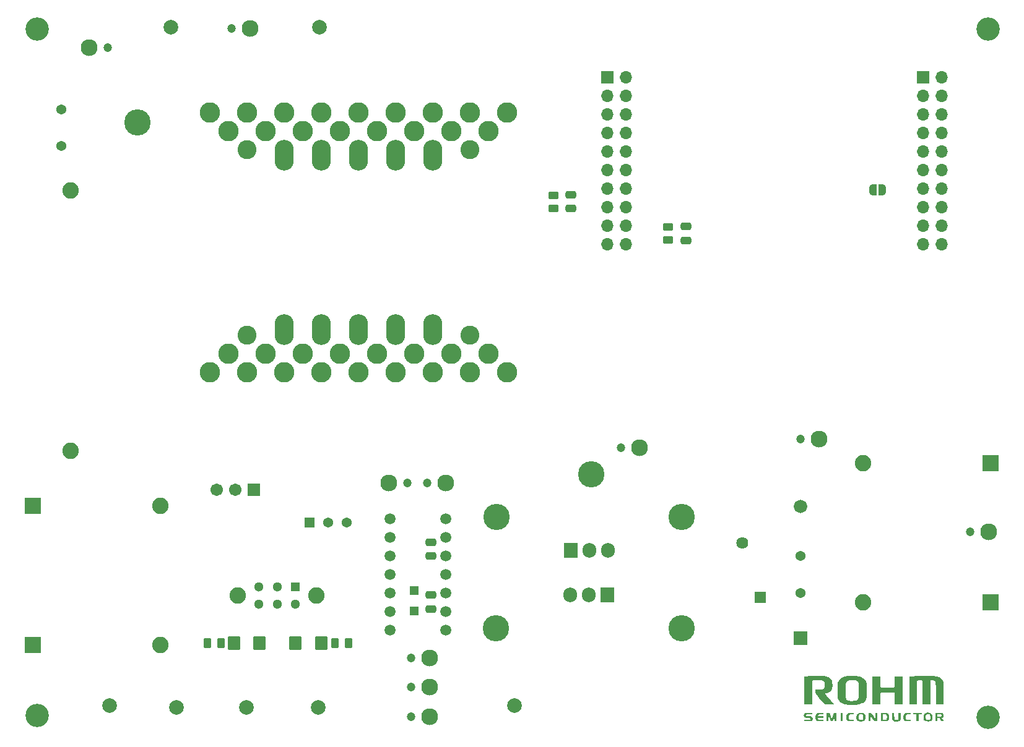
<source format=gts>
%TF.GenerationSoftware,KiCad,Pcbnew,8.0.4*%
%TF.CreationDate,2024-09-20T12:27:39-05:00*%
%TF.ProjectId,Boost_9_8,426f6f73-745f-4395-9f38-2e6b69636164,rev?*%
%TF.SameCoordinates,Original*%
%TF.FileFunction,Soldermask,Top*%
%TF.FilePolarity,Negative*%
%FSLAX46Y46*%
G04 Gerber Fmt 4.6, Leading zero omitted, Abs format (unit mm)*
G04 Created by KiCad (PCBNEW 8.0.4) date 2024-09-20 12:27:39*
%MOMM*%
%LPD*%
G01*
G04 APERTURE LIST*
G04 Aperture macros list*
%AMRoundRect*
0 Rectangle with rounded corners*
0 $1 Rounding radius*
0 $2 $3 $4 $5 $6 $7 $8 $9 X,Y pos of 4 corners*
0 Add a 4 corners polygon primitive as box body*
4,1,4,$2,$3,$4,$5,$6,$7,$8,$9,$2,$3,0*
0 Add four circle primitives for the rounded corners*
1,1,$1+$1,$2,$3*
1,1,$1+$1,$4,$5*
1,1,$1+$1,$6,$7*
1,1,$1+$1,$8,$9*
0 Add four rect primitives between the rounded corners*
20,1,$1+$1,$2,$3,$4,$5,0*
20,1,$1+$1,$4,$5,$6,$7,0*
20,1,$1+$1,$6,$7,$8,$9,0*
20,1,$1+$1,$8,$9,$2,$3,0*%
%AMFreePoly0*
4,1,19,0.500000,-0.750000,0.000000,-0.750000,0.000000,-0.744911,-0.071157,-0.744911,-0.207708,-0.704816,-0.327430,-0.627875,-0.420627,-0.520320,-0.479746,-0.390866,-0.500000,-0.250000,-0.500000,0.250000,-0.479746,0.390866,-0.420627,0.520320,-0.327430,0.627875,-0.207708,0.704816,-0.071157,0.744911,0.000000,0.744911,0.000000,0.750000,0.500000,0.750000,0.500000,-0.750000,0.500000,-0.750000,
$1*%
%AMFreePoly1*
4,1,19,0.000000,0.744911,0.071157,0.744911,0.207708,0.704816,0.327430,0.627875,0.420627,0.520320,0.479746,0.390866,0.500000,0.250000,0.500000,-0.250000,0.479746,-0.390866,0.420627,-0.520320,0.327430,-0.627875,0.207708,-0.704816,0.071157,-0.744911,0.000000,-0.744911,0.000000,-0.750000,-0.500000,-0.750000,-0.500000,0.750000,0.000000,0.750000,0.000000,0.744911,0.000000,0.744911,
$1*%
G04 Aperture macros list end*
%ADD10C,0.000000*%
%ADD11FreePoly0,180.000000*%
%ADD12FreePoly1,180.000000*%
%ADD13C,2.300000*%
%ADD14C,1.200000*%
%ADD15C,2.000000*%
%ADD16R,2.250000X2.250000*%
%ADD17C,2.250000*%
%ADD18R,1.200000X1.200000*%
%ADD19C,3.200000*%
%ADD20C,1.371600*%
%ADD21R,1.371600X1.371600*%
%ADD22R,1.905000X2.000000*%
%ADD23O,1.905000X2.000000*%
%ADD24RoundRect,0.250000X-0.450000X0.262500X-0.450000X-0.262500X0.450000X-0.262500X0.450000X0.262500X0*%
%ADD25RoundRect,0.250000X0.475000X-0.250000X0.475000X0.250000X-0.475000X0.250000X-0.475000X-0.250000X0*%
%ADD26RoundRect,0.102000X0.750000X0.800000X-0.750000X0.800000X-0.750000X-0.800000X0.750000X-0.800000X0*%
%ADD27RoundRect,0.250000X-0.262500X-0.450000X0.262500X-0.450000X0.262500X0.450000X-0.262500X0.450000X0*%
%ADD28R,1.300000X1.300000*%
%ADD29C,1.300000*%
%ADD30RoundRect,0.250000X0.450000X-0.262500X0.450000X0.262500X-0.450000X0.262500X-0.450000X-0.262500X0*%
%ADD31RoundRect,0.250000X0.262500X0.450000X-0.262500X0.450000X-0.262500X-0.450000X0.262500X-0.450000X0*%
%ADD32R,1.700000X1.700000*%
%ADD33O,1.700000X1.700000*%
%ADD34C,2.800000*%
%ADD35C,2.600000*%
%ADD36O,2.600000X4.200000*%
%ADD37C,3.600000*%
%ADD38RoundRect,0.250000X-0.475000X0.250000X-0.475000X-0.250000X0.475000X-0.250000X0.475000X0.250000X0*%
%ADD39RoundRect,0.102000X0.754000X0.754000X-0.754000X0.754000X-0.754000X-0.754000X0.754000X-0.754000X0*%
%ADD40C,1.712000*%
%ADD41RoundRect,0.102000X-0.750000X-0.800000X0.750000X-0.800000X0.750000X0.800000X-0.750000X0.800000X0*%
%ADD42R,1.625600X1.625600*%
%ADD43C,1.625600*%
%ADD44C,1.507998*%
%ADD45R,1.828800X1.828800*%
%ADD46C,1.828800*%
G04 APERTURE END LIST*
D10*
%TO.C,G\u002A\u002A\u002A*%
G36*
X140278087Y-137042431D02*
G01*
X140418744Y-137045815D01*
X140418744Y-137484990D01*
X140418744Y-137924166D01*
X140385174Y-137992528D01*
X140344287Y-138059026D01*
X140292050Y-138111989D01*
X140224918Y-138153945D01*
X140139346Y-138187426D01*
X140093902Y-138200394D01*
X140034861Y-138211588D01*
X139959999Y-138219697D01*
X139877405Y-138224363D01*
X139795169Y-138225227D01*
X139721378Y-138221928D01*
X139688632Y-138218394D01*
X139578340Y-138194645D01*
X139482694Y-138156702D01*
X139403795Y-138105746D01*
X139343744Y-138042958D01*
X139325070Y-138014087D01*
X139287716Y-137948230D01*
X139284167Y-137494014D01*
X139280617Y-137039798D01*
X139425545Y-137039798D01*
X139570473Y-137039798D01*
X139570473Y-137436078D01*
X139570879Y-137556104D01*
X139572070Y-137658713D01*
X139574005Y-137742537D01*
X139576644Y-137806205D01*
X139579945Y-137848349D01*
X139583244Y-137866230D01*
X139617208Y-137923567D01*
X139669536Y-137967644D01*
X139737800Y-137997315D01*
X139819572Y-138011435D01*
X139890165Y-138010993D01*
X139974476Y-137997361D01*
X140039862Y-137970254D01*
X140087797Y-137928965D01*
X140101686Y-137909500D01*
X140109264Y-137896819D01*
X140115376Y-137883948D01*
X140120207Y-137868249D01*
X140123941Y-137847083D01*
X140126763Y-137817813D01*
X140128858Y-137777801D01*
X140130409Y-137724409D01*
X140131601Y-137654998D01*
X140132618Y-137566932D01*
X140133646Y-137457570D01*
X140133700Y-137451526D01*
X140137429Y-137039047D01*
X140278087Y-137042431D01*
G37*
G36*
X135199330Y-137020163D02*
G01*
X135308951Y-137046117D01*
X135400644Y-137085830D01*
X135475760Y-137139993D01*
X135535654Y-137209296D01*
X135565508Y-137259721D01*
X135592094Y-137321184D01*
X135611067Y-137388947D01*
X135623698Y-137468897D01*
X135631069Y-137563200D01*
X135630620Y-137697397D01*
X135615038Y-137817569D01*
X135584738Y-137922146D01*
X135540134Y-138009558D01*
X135499744Y-138060618D01*
X135449474Y-138101789D01*
X135382643Y-138139866D01*
X135306749Y-138171121D01*
X135240345Y-138189616D01*
X135172468Y-138199648D01*
X135090119Y-138205168D01*
X135000812Y-138206278D01*
X134912061Y-138203082D01*
X134831382Y-138195684D01*
X134766288Y-138184186D01*
X134761763Y-138183036D01*
X134676935Y-138156529D01*
X134609574Y-138124933D01*
X134553144Y-138084841D01*
X134527289Y-138060849D01*
X134469108Y-137985857D01*
X134425951Y-137892580D01*
X134398036Y-137781702D01*
X134385579Y-137653907D01*
X134385470Y-137647196D01*
X134687862Y-137647196D01*
X134698226Y-137753651D01*
X134720670Y-137840307D01*
X134756196Y-137908731D01*
X134805807Y-137960486D01*
X134870503Y-137997138D01*
X134922640Y-138013987D01*
X134982574Y-138021390D01*
X135052191Y-138018592D01*
X135120668Y-138006763D01*
X135177177Y-137987070D01*
X135178606Y-137986354D01*
X135237803Y-137943983D01*
X135282600Y-137883937D01*
X135313194Y-137805686D01*
X135329784Y-137708701D01*
X135332566Y-137592453D01*
X135331904Y-137575461D01*
X135324913Y-137484965D01*
X135312173Y-137413428D01*
X135292135Y-137356114D01*
X135263254Y-137308288D01*
X135233593Y-137274526D01*
X135182459Y-137233756D01*
X135124043Y-137208702D01*
X135053475Y-137197903D01*
X134981402Y-137198766D01*
X134895170Y-137212981D01*
X134824382Y-137243935D01*
X134768663Y-137292202D01*
X134727636Y-137358356D01*
X134700926Y-137442973D01*
X134688156Y-137546625D01*
X134687862Y-137647196D01*
X134385470Y-137647196D01*
X134384890Y-137611329D01*
X134393837Y-137477494D01*
X134420268Y-137360178D01*
X134464094Y-137259459D01*
X134525222Y-137175418D01*
X134603564Y-137108134D01*
X134699027Y-137057688D01*
X134811522Y-137024159D01*
X134940957Y-137007627D01*
X135070426Y-137007279D01*
X135199330Y-137020163D01*
G37*
G36*
X144232956Y-136994939D02*
G01*
X144363005Y-137005632D01*
X144473376Y-137028660D01*
X144565563Y-137064919D01*
X144641060Y-137115306D01*
X144701359Y-137180715D01*
X144747955Y-137262044D01*
X144769182Y-137316539D01*
X144783790Y-137375838D01*
X144794685Y-137451794D01*
X144801494Y-137537235D01*
X144803845Y-137624987D01*
X144801365Y-137707877D01*
X144793683Y-137778732D01*
X144793288Y-137781067D01*
X144764638Y-137890249D01*
X144719038Y-137982393D01*
X144656225Y-138057771D01*
X144575933Y-138116657D01*
X144477897Y-138159325D01*
X144409512Y-138177454D01*
X144342664Y-138187252D01*
X144260921Y-138192628D01*
X144172095Y-138193668D01*
X144083997Y-138190456D01*
X144004439Y-138183079D01*
X143944183Y-138172364D01*
X143840333Y-138138498D01*
X143754431Y-138091825D01*
X143685661Y-138031128D01*
X143633210Y-137955186D01*
X143596265Y-137862783D01*
X143574011Y-137752698D01*
X143567037Y-137645284D01*
X143857167Y-137645284D01*
X143870109Y-137743678D01*
X143896414Y-137828920D01*
X143935200Y-137898486D01*
X143985581Y-137949850D01*
X144008312Y-137964475D01*
X144071366Y-137989000D01*
X144145434Y-138001903D01*
X144222875Y-138003171D01*
X144296050Y-137992791D01*
X144357318Y-137970752D01*
X144367258Y-137965075D01*
X144420219Y-137921915D01*
X144460338Y-137864670D01*
X144488786Y-137790862D01*
X144506735Y-137698018D01*
X144510616Y-137662089D01*
X144512911Y-137562236D01*
X144502296Y-137467302D01*
X144479968Y-137381310D01*
X144447125Y-137308282D01*
X144404963Y-137252239D01*
X144382985Y-137233427D01*
X144336480Y-137205298D01*
X144286761Y-137188242D01*
X144226650Y-137180476D01*
X144166685Y-137179745D01*
X144079662Y-137190973D01*
X144007157Y-137220997D01*
X143948990Y-137270027D01*
X143904980Y-137338269D01*
X143874948Y-137425934D01*
X143858711Y-137533230D01*
X143858473Y-137536264D01*
X143857167Y-137645284D01*
X143567037Y-137645284D01*
X143565636Y-137623714D01*
X143565524Y-137605312D01*
X143573064Y-137468873D01*
X143595981Y-137350529D01*
X143634719Y-137249876D01*
X143689724Y-137166505D01*
X143761439Y-137100011D01*
X143850311Y-137049987D01*
X143956782Y-137016025D01*
X144081299Y-136997720D01*
X144224305Y-136994665D01*
X144232956Y-136994939D01*
G37*
G36*
X128329848Y-137133048D02*
G01*
X128326371Y-137238330D01*
X127946177Y-137244346D01*
X127836176Y-137246112D01*
X127747726Y-137247888D01*
X127678318Y-137250167D01*
X127625443Y-137253441D01*
X127586591Y-137258202D01*
X127559254Y-137264941D01*
X127540922Y-137274150D01*
X127529087Y-137286323D01*
X127521240Y-137301949D01*
X127514872Y-137321522D01*
X127512534Y-137329376D01*
X127506956Y-137384193D01*
X127523785Y-137432204D01*
X127560534Y-137469363D01*
X127573480Y-137476419D01*
X127591148Y-137481969D01*
X127616684Y-137486292D01*
X127653237Y-137489668D01*
X127703955Y-137492376D01*
X127771985Y-137494693D01*
X127860476Y-137496898D01*
X127875163Y-137497225D01*
X127965924Y-137499359D01*
X128036188Y-137501503D01*
X128089521Y-137504013D01*
X128129487Y-137507243D01*
X128159654Y-137511550D01*
X128183585Y-137517288D01*
X128204846Y-137524813D01*
X128220813Y-137531676D01*
X128280681Y-137567611D01*
X128334666Y-137616496D01*
X128376165Y-137671573D01*
X128393704Y-137708599D01*
X128402004Y-137745336D01*
X128407555Y-137794858D01*
X128409117Y-137842177D01*
X128397729Y-137935208D01*
X128366193Y-138015456D01*
X128315159Y-138081978D01*
X128245276Y-138133833D01*
X128190557Y-138159038D01*
X128172350Y-138165330D01*
X128153013Y-138170410D01*
X128129869Y-138174406D01*
X128100237Y-138177449D01*
X128061439Y-138179665D01*
X128010798Y-138181183D01*
X127945633Y-138182132D01*
X127863266Y-138182641D01*
X127761019Y-138182837D01*
X127693851Y-138182859D01*
X127576712Y-138182709D01*
X127481547Y-138182210D01*
X127406267Y-138181285D01*
X127348782Y-138179855D01*
X127307005Y-138177846D01*
X127278845Y-138175179D01*
X127262214Y-138171777D01*
X127255023Y-138167565D01*
X127254562Y-138166692D01*
X127251986Y-138147313D01*
X127250987Y-138111329D01*
X127251750Y-138066160D01*
X127251931Y-138061410D01*
X127255504Y-137972295D01*
X127635077Y-137966279D01*
X127742435Y-137964452D01*
X127828372Y-137962625D01*
X127895531Y-137960626D01*
X127946554Y-137958282D01*
X127984085Y-137955419D01*
X128010766Y-137951864D01*
X128029239Y-137947445D01*
X128042148Y-137941987D01*
X128046583Y-137939320D01*
X128078141Y-137905789D01*
X128094031Y-137861611D01*
X128094468Y-137813763D01*
X128079671Y-137769225D01*
X128049856Y-137734974D01*
X128040046Y-137728817D01*
X128023923Y-137721867D01*
X128002005Y-137716332D01*
X127971128Y-137711937D01*
X127928131Y-137708406D01*
X127869851Y-137705465D01*
X127793128Y-137702838D01*
X127718744Y-137700837D01*
X127604909Y-137697259D01*
X127514759Y-137692807D01*
X127448398Y-137687486D01*
X127405930Y-137681305D01*
X127393875Y-137677963D01*
X127314313Y-137636800D01*
X127253257Y-137580443D01*
X127211300Y-137509770D01*
X127189031Y-137425653D01*
X127185367Y-137369602D01*
X127196126Y-137280028D01*
X127227757Y-137201681D01*
X127279126Y-137136053D01*
X127349098Y-137084639D01*
X127426986Y-137051769D01*
X127449630Y-137045275D01*
X127472964Y-137040063D01*
X127499838Y-137035992D01*
X127533105Y-137032925D01*
X127575618Y-137030722D01*
X127630227Y-137029244D01*
X127699784Y-137028352D01*
X127787143Y-137027907D01*
X127895154Y-137027769D01*
X127919012Y-137027766D01*
X128333324Y-137027766D01*
X128329848Y-137133048D01*
G37*
G36*
X129836414Y-137135207D02*
G01*
X129836414Y-137244346D01*
X129559194Y-137244346D01*
X129468857Y-137244519D01*
X129399197Y-137245199D01*
X129346826Y-137246624D01*
X129308359Y-137249035D01*
X129280407Y-137252672D01*
X129259585Y-137257774D01*
X129242506Y-137264580D01*
X129237332Y-137267130D01*
X129179077Y-137308338D01*
X129137954Y-137364609D01*
X129112644Y-137437901D01*
X129108830Y-137457918D01*
X129100334Y-137509055D01*
X129474390Y-137509055D01*
X129848446Y-137509055D01*
X129848446Y-137611329D01*
X129848446Y-137713602D01*
X129474390Y-137713602D01*
X129100334Y-137713602D01*
X129108563Y-137764739D01*
X129130686Y-137838272D01*
X129170094Y-137897814D01*
X129224745Y-137940391D01*
X129231625Y-137943924D01*
X129251255Y-137952942D01*
X129270964Y-137959876D01*
X129294273Y-137965066D01*
X129324700Y-137968851D01*
X129365767Y-137971570D01*
X129420993Y-137973564D01*
X129493898Y-137975171D01*
X129568697Y-137976429D01*
X129848446Y-137980849D01*
X129848446Y-138081854D01*
X129848446Y-138182859D01*
X129538617Y-138181902D01*
X129414051Y-138180788D01*
X129312914Y-138178269D01*
X129234611Y-138174321D01*
X129178545Y-138168917D01*
X129155412Y-138164982D01*
X129056552Y-138132893D01*
X128970046Y-138083428D01*
X128898688Y-138018846D01*
X128845273Y-137941403D01*
X128826401Y-137899191D01*
X128802831Y-137815865D01*
X128787586Y-137718428D01*
X128781535Y-137615650D01*
X128785549Y-137516301D01*
X128787060Y-137502343D01*
X128808435Y-137384598D01*
X128842903Y-137285910D01*
X128891324Y-137204610D01*
X128954558Y-137139033D01*
X128986727Y-137115112D01*
X129020614Y-137093282D01*
X129052563Y-137075796D01*
X129085790Y-137062127D01*
X129123510Y-137051749D01*
X129168938Y-137044133D01*
X129225290Y-137038755D01*
X129295780Y-137035087D01*
X129383626Y-137032603D01*
X129492041Y-137030776D01*
X129502520Y-137030631D01*
X129836414Y-137026068D01*
X129836414Y-137135207D01*
G37*
G36*
X131689374Y-137605021D02*
G01*
X131689374Y-138182859D01*
X131563192Y-138182859D01*
X131437010Y-138182859D01*
X131433846Y-137768797D01*
X131430682Y-137354736D01*
X131298662Y-137769128D01*
X131166641Y-138183520D01*
X131011778Y-138180181D01*
X130856915Y-138176842D01*
X130722671Y-137755779D01*
X130588427Y-137334716D01*
X130585265Y-137758787D01*
X130582103Y-138182859D01*
X130461935Y-138182859D01*
X130341767Y-138182859D01*
X130341767Y-137605312D01*
X130341767Y-137027766D01*
X130532192Y-137027766D01*
X130722618Y-137027766D01*
X130865618Y-137474363D01*
X130897242Y-137572280D01*
X130926730Y-137661955D01*
X130953270Y-137741044D01*
X130976053Y-137807205D01*
X130994268Y-137858092D01*
X131007104Y-137891363D01*
X131013751Y-137904674D01*
X131014389Y-137904515D01*
X131019208Y-137889633D01*
X131030409Y-137854446D01*
X131047153Y-137801603D01*
X131068603Y-137733753D01*
X131093921Y-137653547D01*
X131122269Y-137563635D01*
X131152810Y-137466666D01*
X131154617Y-137460926D01*
X131289074Y-137033782D01*
X131489224Y-137030483D01*
X131689374Y-137027184D01*
X131689374Y-137605021D01*
G37*
G36*
X134009067Y-137132025D02*
G01*
X134005575Y-137238330D01*
X133740867Y-137244346D01*
X133635870Y-137247430D01*
X133553773Y-137251377D01*
X133494902Y-137256164D01*
X133459586Y-137261769D01*
X133450736Y-137264943D01*
X133395641Y-137310288D01*
X133353861Y-137375067D01*
X133325727Y-137458451D01*
X133311569Y-137559610D01*
X133309836Y-137617345D01*
X133312941Y-137703140D01*
X133322642Y-137770746D01*
X133340083Y-137825413D01*
X133364834Y-137870105D01*
X133388693Y-137902039D01*
X133413841Y-137927030D01*
X133443498Y-137945914D01*
X133480880Y-137959527D01*
X133529206Y-137968707D01*
X133591693Y-137974290D01*
X133671560Y-137977113D01*
X133772025Y-137978011D01*
X133779971Y-137978024D01*
X134011591Y-137978311D01*
X134011591Y-138080585D01*
X134011591Y-138182859D01*
X133695746Y-138182054D01*
X133581145Y-138181244D01*
X133489246Y-138179421D01*
X133418705Y-138176525D01*
X133368179Y-138172496D01*
X133336324Y-138167276D01*
X133331771Y-138165988D01*
X133235148Y-138124984D01*
X133155639Y-138068414D01*
X133092980Y-137995797D01*
X133046908Y-137906655D01*
X133017159Y-137800507D01*
X133003467Y-137676875D01*
X133003655Y-137570540D01*
X133016687Y-137441222D01*
X133044306Y-137330566D01*
X133087001Y-137237731D01*
X133145262Y-137161878D01*
X133219577Y-137102166D01*
X133299754Y-137061863D01*
X133321776Y-137053692D01*
X133343929Y-137047276D01*
X133369518Y-137042347D01*
X133401851Y-137038638D01*
X133444231Y-137035883D01*
X133499965Y-137033813D01*
X133572358Y-137032162D01*
X133664716Y-137030662D01*
X133690213Y-137030295D01*
X134012558Y-137025719D01*
X134009067Y-137132025D01*
G37*
G36*
X136245470Y-137030469D02*
G01*
X136433872Y-137033782D01*
X136696678Y-137454361D01*
X136959483Y-137874940D01*
X136959483Y-137451353D01*
X136959483Y-137027766D01*
X137103870Y-137027766D01*
X137248257Y-137027766D01*
X137248257Y-137605618D01*
X137248257Y-138183470D01*
X137059758Y-138180156D01*
X136871259Y-138176842D01*
X136605542Y-137767967D01*
X136339824Y-137359091D01*
X136336658Y-137770975D01*
X136333492Y-138182859D01*
X136195280Y-138182859D01*
X136057067Y-138182859D01*
X136057067Y-137605007D01*
X136057067Y-137027155D01*
X136245470Y-137030469D01*
G37*
G36*
X141820497Y-137136056D02*
G01*
X141820497Y-137244346D01*
X141567434Y-137244346D01*
X141472992Y-137244751D01*
X141399253Y-137246352D01*
X141342861Y-137249730D01*
X141300462Y-137255466D01*
X141268703Y-137264139D01*
X141244228Y-137276330D01*
X141223684Y-137292620D01*
X141210450Y-137306114D01*
X141171403Y-137362207D01*
X141144524Y-137433574D01*
X141128982Y-137522840D01*
X141125185Y-137575367D01*
X141124697Y-137676661D01*
X141133823Y-137759031D01*
X141153247Y-137825897D01*
X141183651Y-137880683D01*
X141187082Y-137885313D01*
X141210824Y-137913317D01*
X141236667Y-137935088D01*
X141267895Y-137951395D01*
X141307790Y-137963005D01*
X141359638Y-137970683D01*
X141426721Y-137975199D01*
X141512325Y-137977319D01*
X141582861Y-137977784D01*
X141820497Y-137978311D01*
X141820497Y-138080585D01*
X141820497Y-138182859D01*
X141510668Y-138181650D01*
X141424109Y-138180911D01*
X141343273Y-138179466D01*
X141271981Y-138177444D01*
X141214054Y-138174972D01*
X141173314Y-138172177D01*
X141155668Y-138169796D01*
X141072538Y-138139230D01*
X140994767Y-138090173D01*
X140928012Y-138027243D01*
X140877928Y-137955058D01*
X140868193Y-137935023D01*
X140835570Y-137837368D01*
X140816530Y-137727035D01*
X140810944Y-137610372D01*
X140818680Y-137493728D01*
X140839611Y-137383450D01*
X140873606Y-137285886D01*
X140881806Y-137268765D01*
X140910821Y-137221503D01*
X140947823Y-137174340D01*
X140969727Y-137151676D01*
X141008759Y-137118089D01*
X141047451Y-137091080D01*
X141088968Y-137069956D01*
X141136476Y-137054023D01*
X141193140Y-137042588D01*
X141262124Y-137034959D01*
X141346594Y-137030442D01*
X141449714Y-137028344D01*
X141534732Y-137027944D01*
X141820497Y-137027766D01*
X141820497Y-137136056D01*
G37*
G36*
X143300459Y-137130040D02*
G01*
X143300459Y-137232314D01*
X143089896Y-137232314D01*
X142879332Y-137232314D01*
X142879332Y-137707586D01*
X142879332Y-138182859D01*
X142747117Y-138182859D01*
X142614902Y-138182859D01*
X142611755Y-137710594D01*
X142608607Y-137238330D01*
X142401051Y-137235038D01*
X142193496Y-137231746D01*
X142193496Y-137129756D01*
X142193496Y-137027766D01*
X142746977Y-137027766D01*
X143300459Y-137027766D01*
X143300459Y-137130040D01*
G37*
G36*
X145745482Y-137027920D02*
G01*
X145848963Y-137028617D01*
X145933488Y-137030211D01*
X146001613Y-137033054D01*
X146055892Y-137037501D01*
X146098879Y-137043905D01*
X146133128Y-137052619D01*
X146161194Y-137063996D01*
X146185631Y-137078391D01*
X146208994Y-137096155D01*
X146227105Y-137111691D01*
X146283966Y-137177194D01*
X146322337Y-137255266D01*
X146341162Y-137341891D01*
X146339385Y-137433049D01*
X146327007Y-137491707D01*
X146294443Y-137563337D01*
X146243138Y-137625680D01*
X146178050Y-137673631D01*
X146129527Y-137695056D01*
X146090919Y-137710748D01*
X146075543Y-137724355D01*
X146076285Y-137729641D01*
X146085365Y-137743451D01*
X146105813Y-137774008D01*
X146135496Y-137818140D01*
X146172280Y-137872676D01*
X146214029Y-137934444D01*
X146226781Y-137953286D01*
X146269033Y-138016155D01*
X146306274Y-138072438D01*
X146336514Y-138119057D01*
X146357764Y-138152929D01*
X146368031Y-138170976D01*
X146368673Y-138172874D01*
X146357387Y-138176589D01*
X146326506Y-138179677D01*
X146280498Y-138181853D01*
X146223831Y-138182831D01*
X146212287Y-138182859D01*
X146055900Y-138182859D01*
X145908473Y-137960582D01*
X145761047Y-137738305D01*
X145613652Y-137737986D01*
X145466257Y-137737667D01*
X145466257Y-137960263D01*
X145466257Y-138182859D01*
X145327887Y-138182859D01*
X145189517Y-138182859D01*
X145189517Y-137605312D01*
X145189517Y-137545151D01*
X145466257Y-137545151D01*
X145665477Y-137545151D01*
X145736742Y-137544352D01*
X145803584Y-137542145D01*
X145860530Y-137538818D01*
X145902105Y-137534657D01*
X145917164Y-137531940D01*
X145969503Y-137512383D01*
X146003141Y-137482633D01*
X146020931Y-137438749D01*
X146025755Y-137382021D01*
X146024417Y-137337340D01*
X146018818Y-137308418D01*
X146006585Y-137287023D01*
X145994562Y-137273860D01*
X145973267Y-137256139D01*
X145947214Y-137242723D01*
X145912964Y-137233051D01*
X145867082Y-137226562D01*
X145806128Y-137222697D01*
X145726667Y-137220895D01*
X145667797Y-137220569D01*
X145466257Y-137220282D01*
X145466257Y-137382716D01*
X145466257Y-137545151D01*
X145189517Y-137545151D01*
X145189517Y-137382716D01*
X145189517Y-137027766D01*
X145620492Y-137027766D01*
X145745482Y-137027920D01*
G37*
G36*
X132531629Y-137599296D02*
G01*
X132531629Y-138170826D01*
X132381227Y-138170826D01*
X132230824Y-138170826D01*
X132230824Y-137599296D01*
X132230824Y-137027766D01*
X132381227Y-137027766D01*
X132531629Y-137027766D01*
X132531629Y-137599296D01*
G37*
G36*
X138123600Y-137018777D02*
G01*
X138235741Y-137020229D01*
X138326820Y-137021898D01*
X138399840Y-137024188D01*
X138457802Y-137027506D01*
X138503709Y-137032257D01*
X138540562Y-137038848D01*
X138571364Y-137047683D01*
X138599116Y-137059169D01*
X138626820Y-137073711D01*
X138655812Y-137090716D01*
X138728816Y-137148349D01*
X138786793Y-137224718D01*
X138829699Y-137319726D01*
X138857488Y-137433277D01*
X138869279Y-137546043D01*
X138869197Y-137676000D01*
X138854212Y-137792031D01*
X138823596Y-137899655D01*
X138822008Y-137903938D01*
X138785156Y-137973326D01*
X138730507Y-138038943D01*
X138664214Y-138094656D01*
X138592427Y-138134335D01*
X138589759Y-138135410D01*
X138569027Y-138143329D01*
X138549031Y-138149677D01*
X138526847Y-138154665D01*
X138499551Y-138158501D01*
X138464219Y-138161394D01*
X138417927Y-138163553D01*
X138357751Y-138165189D01*
X138280766Y-138166509D01*
X138184049Y-138167724D01*
X138129616Y-138168332D01*
X137741577Y-138172596D01*
X137741577Y-137969205D01*
X138006286Y-137969205D01*
X138189777Y-137963755D01*
X138277807Y-137960058D01*
X138343966Y-137954737D01*
X138390408Y-137947565D01*
X138415943Y-137939863D01*
X138471546Y-137902949D01*
X138514427Y-137846189D01*
X138544234Y-137770380D01*
X138560615Y-137676319D01*
X138563897Y-137605312D01*
X138558592Y-137501825D01*
X138541166Y-137415737D01*
X138510737Y-137343171D01*
X138500208Y-137325442D01*
X138476247Y-137291996D01*
X138450033Y-137266900D01*
X138417681Y-137248862D01*
X138375302Y-137236593D01*
X138319011Y-137228804D01*
X138244922Y-137224204D01*
X138189777Y-137222425D01*
X138006286Y-137217710D01*
X138006286Y-137593458D01*
X138006286Y-137969205D01*
X137741577Y-137969205D01*
X137741577Y-137593458D01*
X137741577Y-137593401D01*
X137741577Y-137014206D01*
X138123600Y-137018777D01*
G37*
G36*
X133880067Y-131964511D02*
G01*
X134003256Y-131966809D01*
X134122168Y-131970326D01*
X134232458Y-131974994D01*
X134329778Y-131980740D01*
X134409782Y-131987493D01*
X134444751Y-131991602D01*
X134663732Y-132027811D01*
X134861544Y-132074686D01*
X135038762Y-132132581D01*
X135195962Y-132201849D01*
X135333718Y-132282845D01*
X135452605Y-132375923D01*
X135553198Y-132481437D01*
X135636071Y-132599740D01*
X135701800Y-132731186D01*
X135719497Y-132776606D01*
X135733826Y-132816181D01*
X135746305Y-132852352D01*
X135757063Y-132887024D01*
X135766226Y-132922106D01*
X135773923Y-132959506D01*
X135780282Y-133001129D01*
X135785430Y-133048884D01*
X135789495Y-133104678D01*
X135792606Y-133170418D01*
X135794889Y-133248012D01*
X135796473Y-133339366D01*
X135797486Y-133446389D01*
X135798054Y-133570987D01*
X135798308Y-133715068D01*
X135798373Y-133880539D01*
X135798375Y-133953536D01*
X135798330Y-134121194D01*
X135798169Y-134266619D01*
X135797851Y-134391645D01*
X135797338Y-134498102D01*
X135796589Y-134587822D01*
X135795565Y-134662639D01*
X135794226Y-134724384D01*
X135792532Y-134774888D01*
X135790443Y-134815984D01*
X135787919Y-134849505D01*
X135784922Y-134877281D01*
X135781410Y-134901145D01*
X135777345Y-134922930D01*
X135777334Y-134922984D01*
X135736466Y-135080692D01*
X135680845Y-135223520D01*
X135609757Y-135351974D01*
X135522488Y-135466559D01*
X135418326Y-135567781D01*
X135296556Y-135656146D01*
X135156465Y-135732160D01*
X134997340Y-135796327D01*
X134818467Y-135849154D01*
X134619133Y-135891146D01*
X134398624Y-135922809D01*
X134360526Y-135927036D01*
X134273971Y-135934497D01*
X134169019Y-135940703D01*
X134051311Y-135945546D01*
X133926486Y-135948920D01*
X133800184Y-135950718D01*
X133678046Y-135950833D01*
X133565712Y-135949160D01*
X133468821Y-135945591D01*
X133446481Y-135944316D01*
X133203457Y-135922890D01*
X132981416Y-135890214D01*
X132780030Y-135846214D01*
X132598971Y-135790818D01*
X132437910Y-135723951D01*
X132419437Y-135714917D01*
X132278411Y-135633407D01*
X132156778Y-135538503D01*
X132053645Y-135429103D01*
X131968117Y-135304106D01*
X131899299Y-135162410D01*
X131848845Y-135012268D01*
X131815713Y-134892049D01*
X131815780Y-133971584D01*
X132910644Y-133971584D01*
X132910674Y-134139572D01*
X132910791Y-134285275D01*
X132911036Y-134410473D01*
X132911453Y-134516946D01*
X132912081Y-134606474D01*
X132912962Y-134680837D01*
X132914138Y-134741814D01*
X132915651Y-134791186D01*
X132917542Y-134830732D01*
X132919853Y-134862232D01*
X132922625Y-134887466D01*
X132925900Y-134908214D01*
X132929719Y-134926255D01*
X132933259Y-134940177D01*
X132973905Y-135055590D01*
X133029407Y-135152405D01*
X133100876Y-135231775D01*
X133189422Y-135294857D01*
X133296156Y-135342803D01*
X133331771Y-135354373D01*
X133384483Y-135369157D01*
X133434755Y-135380532D01*
X133486703Y-135388849D01*
X133544446Y-135394460D01*
X133612102Y-135397716D01*
X133693789Y-135398967D01*
X133793624Y-135398565D01*
X133843140Y-135397972D01*
X133938856Y-135396378D01*
X134014596Y-135394305D01*
X134074447Y-135391442D01*
X134122498Y-135387478D01*
X134162835Y-135382102D01*
X134199548Y-135375002D01*
X134225130Y-135368878D01*
X134349544Y-135327561D01*
X134455575Y-135271822D01*
X134542722Y-135202153D01*
X134610486Y-135119047D01*
X134658367Y-135022995D01*
X134685726Y-134915406D01*
X134688559Y-134883058D01*
X134690909Y-134826741D01*
X134692775Y-134746546D01*
X134694157Y-134642562D01*
X134695053Y-134514881D01*
X134695463Y-134363593D01*
X134695386Y-134188789D01*
X134694821Y-133990559D01*
X134694540Y-133922749D01*
X134693744Y-133751743D01*
X134692948Y-133603082D01*
X134692107Y-133475047D01*
X134691178Y-133365918D01*
X134690115Y-133273975D01*
X134688875Y-133197500D01*
X134687413Y-133134772D01*
X134685685Y-133084073D01*
X134683647Y-133043682D01*
X134681254Y-133011881D01*
X134678462Y-132986950D01*
X134675227Y-132967169D01*
X134671504Y-132950820D01*
X134669280Y-132942830D01*
X134632269Y-132846138D01*
X134581738Y-132764165D01*
X134516414Y-132696168D01*
X134435024Y-132641406D01*
X134336293Y-132599137D01*
X134218950Y-132568617D01*
X134081720Y-132549107D01*
X133981511Y-132541989D01*
X133794532Y-132537263D01*
X133628657Y-132542387D01*
X133482830Y-132557826D01*
X133355994Y-132584044D01*
X133247095Y-132621505D01*
X133155077Y-132670676D01*
X133078884Y-132732022D01*
X133017460Y-132806006D01*
X132969750Y-132893094D01*
X132934697Y-132993751D01*
X132931937Y-133004231D01*
X132927880Y-133021609D01*
X132924368Y-133041065D01*
X132921364Y-133064371D01*
X132918829Y-133093298D01*
X132916722Y-133129615D01*
X132915006Y-133175095D01*
X132913642Y-133231509D01*
X132912589Y-133300626D01*
X132911811Y-133384218D01*
X132911266Y-133484056D01*
X132910917Y-133601910D01*
X132910725Y-133739552D01*
X132910650Y-133898753D01*
X132910644Y-133971584D01*
X131815780Y-133971584D01*
X131815781Y-133953536D01*
X131815849Y-133015023D01*
X131848928Y-132894701D01*
X131899208Y-132746329D01*
X131964942Y-132612047D01*
X132046767Y-132491468D01*
X132145317Y-132384201D01*
X132261226Y-132289858D01*
X132395130Y-132208050D01*
X132547664Y-132138388D01*
X132719462Y-132080483D01*
X132911159Y-132033947D01*
X133123390Y-131998389D01*
X133352105Y-131973804D01*
X133431477Y-131968939D01*
X133528306Y-131965648D01*
X133638245Y-131963860D01*
X133756948Y-131963504D01*
X133880067Y-131964511D01*
G37*
G36*
X129122326Y-131968107D02*
G01*
X129260276Y-131968718D01*
X129392113Y-131969893D01*
X129514841Y-131971632D01*
X129625466Y-131973935D01*
X129720995Y-131976799D01*
X129798432Y-131980225D01*
X129854462Y-131984181D01*
X130043964Y-132005941D01*
X130211896Y-132033576D01*
X130360175Y-132067721D01*
X130490721Y-132109015D01*
X130605451Y-132158094D01*
X130706283Y-132215596D01*
X130795134Y-132282157D01*
X130821250Y-132305383D01*
X130903800Y-132394714D01*
X130971268Y-132496816D01*
X131025046Y-132614368D01*
X131066526Y-132750047D01*
X131077581Y-132798444D01*
X131090145Y-132875119D01*
X131099812Y-132969423D01*
X131106358Y-133075070D01*
X131109557Y-133185774D01*
X131109185Y-133295247D01*
X131105018Y-133397205D01*
X131100829Y-133449861D01*
X131080746Y-133603259D01*
X131051432Y-133736125D01*
X131011285Y-133850748D01*
X130958704Y-133949418D01*
X130892089Y-134034425D01*
X130809839Y-134108058D01*
X130710352Y-134172609D01*
X130592027Y-134230366D01*
X130540298Y-134251596D01*
X130493752Y-134268308D01*
X130434791Y-134287193D01*
X130368524Y-134306865D01*
X130300062Y-134325942D01*
X130234518Y-134343040D01*
X130177003Y-134356774D01*
X130132626Y-134365761D01*
X130107970Y-134368647D01*
X130092275Y-134373603D01*
X130091096Y-134379460D01*
X130099349Y-134390130D01*
X130122012Y-134417692D01*
X130157883Y-134460721D01*
X130205761Y-134517794D01*
X130264446Y-134587488D01*
X130332736Y-134668378D01*
X130409431Y-134759041D01*
X130493331Y-134858054D01*
X130583234Y-134963992D01*
X130677940Y-135075433D01*
X130696717Y-135097509D01*
X130792543Y-135210203D01*
X130884061Y-135317916D01*
X130970039Y-135419192D01*
X131049247Y-135512579D01*
X131120453Y-135596622D01*
X131182426Y-135669867D01*
X131233936Y-135730860D01*
X131273751Y-135778146D01*
X131300640Y-135810272D01*
X131313372Y-135825784D01*
X131314050Y-135826678D01*
X131316688Y-135831440D01*
X131315988Y-135835455D01*
X131310117Y-135838783D01*
X131297240Y-135841487D01*
X131275525Y-135843626D01*
X131243138Y-135845262D01*
X131198246Y-135846455D01*
X131139016Y-135847266D01*
X131063613Y-135847757D01*
X130970204Y-135847988D01*
X130856957Y-135848020D01*
X130722037Y-135847914D01*
X130676343Y-135847864D01*
X130022913Y-135847118D01*
X129482970Y-135199015D01*
X129391704Y-135089329D01*
X129303955Y-134983601D01*
X129221103Y-134883513D01*
X129144532Y-134790747D01*
X129075623Y-134706986D01*
X129015758Y-134633909D01*
X128966318Y-134573200D01*
X128928686Y-134526540D01*
X128904243Y-134495610D01*
X128896279Y-134485016D01*
X128868236Y-134443714D01*
X128846928Y-134406383D01*
X128831326Y-134368603D01*
X128820401Y-134325955D01*
X128813125Y-134274021D01*
X128808470Y-134208380D01*
X128805407Y-134124615D01*
X128804536Y-134090821D01*
X128799121Y-133867140D01*
X129087515Y-133858847D01*
X129218075Y-133854506D01*
X129327828Y-133849445D01*
X129420028Y-133843355D01*
X129497927Y-133835925D01*
X129564781Y-133826847D01*
X129623842Y-133815810D01*
X129677868Y-133802640D01*
X129774566Y-133770316D01*
X129854651Y-133729396D01*
X129919306Y-133677907D01*
X129969716Y-133613875D01*
X130007062Y-133535324D01*
X130032529Y-133440281D01*
X130047300Y-133326772D01*
X130052558Y-133192823D01*
X130052607Y-133177458D01*
X130050203Y-133064852D01*
X130042197Y-132972160D01*
X130027458Y-132895651D01*
X130004857Y-132831594D01*
X129973267Y-132776259D01*
X129931557Y-132725913D01*
X129909362Y-132704056D01*
X129844213Y-132652739D01*
X129767517Y-132610916D01*
X129676702Y-132577762D01*
X129569197Y-132552452D01*
X129442431Y-132534157D01*
X129355730Y-132526180D01*
X129271396Y-132521524D01*
X129175630Y-132519212D01*
X129072366Y-132519071D01*
X128965540Y-132520931D01*
X128859085Y-132524621D01*
X128756937Y-132529969D01*
X128663031Y-132536805D01*
X128581303Y-132544957D01*
X128515686Y-132554254D01*
X128470116Y-132564526D01*
X128469519Y-132564714D01*
X128434234Y-132582375D01*
X128403342Y-132607245D01*
X128374500Y-132637944D01*
X128368484Y-134240269D01*
X128362468Y-135842593D01*
X127805978Y-135845722D01*
X127249488Y-135848850D01*
X127249488Y-133948506D01*
X127249488Y-132048162D01*
X127312657Y-132041280D01*
X127347758Y-132038038D01*
X127404340Y-132033550D01*
X127479862Y-132027990D01*
X127571781Y-132021530D01*
X127677557Y-132014345D01*
X127794648Y-132006607D01*
X127920512Y-131998490D01*
X128052608Y-131990166D01*
X128157920Y-131983667D01*
X128236992Y-131979726D01*
X128333903Y-131976357D01*
X128445660Y-131973560D01*
X128569267Y-131971332D01*
X128701732Y-131969674D01*
X128840060Y-131968584D01*
X128981256Y-131968063D01*
X129122326Y-131968107D01*
G37*
G36*
X137682095Y-132735275D02*
G01*
X137682282Y-132888110D01*
X137682616Y-133018753D01*
X137683247Y-133129072D01*
X137684323Y-133220941D01*
X137685994Y-133296228D01*
X137688409Y-133356806D01*
X137691716Y-133404546D01*
X137696064Y-133441317D01*
X137701603Y-133468992D01*
X137708482Y-133489441D01*
X137716848Y-133504535D01*
X137726852Y-133516146D01*
X137738642Y-133526143D01*
X137745470Y-133531282D01*
X137752292Y-133536077D01*
X137760038Y-133540222D01*
X137770408Y-133543763D01*
X137785102Y-133546749D01*
X137805819Y-133549226D01*
X137834259Y-133551242D01*
X137872123Y-133552844D01*
X137921110Y-133554081D01*
X137982920Y-133554999D01*
X138059253Y-133555646D01*
X138151809Y-133556069D01*
X138262288Y-133556316D01*
X138392390Y-133556434D01*
X138543814Y-133556470D01*
X138647886Y-133556473D01*
X138813742Y-133556446D01*
X138957226Y-133556339D01*
X139080028Y-133556110D01*
X139183839Y-133555719D01*
X139270352Y-133555125D01*
X139341256Y-133554286D01*
X139398244Y-133553162D01*
X139443008Y-133551713D01*
X139477237Y-133549897D01*
X139502624Y-133547673D01*
X139520860Y-133545001D01*
X139533636Y-133541839D01*
X139542643Y-133538148D01*
X139548380Y-133534712D01*
X139562704Y-133524856D01*
X139574935Y-133514986D01*
X139585237Y-133503230D01*
X139593777Y-133487715D01*
X139600720Y-133466569D01*
X139606230Y-133437921D01*
X139610474Y-133399897D01*
X139613617Y-133350627D01*
X139615824Y-133288238D01*
X139617260Y-133210857D01*
X139618090Y-133116613D01*
X139618481Y-133003634D01*
X139618597Y-132870047D01*
X139618602Y-132739472D01*
X139618602Y-132046430D01*
X140184116Y-132046430D01*
X140749630Y-132046430D01*
X140749630Y-133947520D01*
X140749630Y-135848609D01*
X140184116Y-135848609D01*
X139618602Y-135848609D01*
X139618602Y-135101423D01*
X139618606Y-134943075D01*
X139618510Y-134807000D01*
X139618154Y-134691403D01*
X139617381Y-134594494D01*
X139616029Y-134514479D01*
X139613940Y-134449565D01*
X139610955Y-134397960D01*
X139606913Y-134357872D01*
X139601655Y-134327509D01*
X139595022Y-134305076D01*
X139586855Y-134288783D01*
X139576994Y-134276836D01*
X139565279Y-134267443D01*
X139551551Y-134258811D01*
X139543207Y-134253813D01*
X139535013Y-134249278D01*
X139525354Y-134245366D01*
X139512497Y-134242030D01*
X139494711Y-134239226D01*
X139470263Y-134236906D01*
X139437423Y-134235026D01*
X139394459Y-134233539D01*
X139339638Y-134232399D01*
X139271230Y-134231560D01*
X139187503Y-134230977D01*
X139086724Y-134230603D01*
X138967163Y-134230392D01*
X138827087Y-134230299D01*
X138664765Y-134230277D01*
X138656025Y-134230277D01*
X138488439Y-134230263D01*
X138343219Y-134230305D01*
X138218665Y-134230530D01*
X138113079Y-134231063D01*
X138024762Y-134232031D01*
X137952016Y-134233559D01*
X137893141Y-134235774D01*
X137846439Y-134238803D01*
X137810210Y-134242771D01*
X137782757Y-134247804D01*
X137762380Y-134254029D01*
X137747380Y-134261571D01*
X137736060Y-134270557D01*
X137726719Y-134281114D01*
X137717659Y-134293366D01*
X137712579Y-134300335D01*
X137707474Y-134307693D01*
X137703101Y-134316150D01*
X137699395Y-134327537D01*
X137696289Y-134343686D01*
X137693717Y-134366428D01*
X137691614Y-134397594D01*
X137689913Y-134439015D01*
X137688548Y-134492522D01*
X137687454Y-134559947D01*
X137686564Y-134643120D01*
X137685813Y-134743874D01*
X137685134Y-134864038D01*
X137684462Y-135005445D01*
X137684077Y-135091453D01*
X137680722Y-135848609D01*
X137121571Y-135848609D01*
X136562420Y-135848609D01*
X136562420Y-133947520D01*
X136562420Y-132046430D01*
X137121918Y-132046430D01*
X137681416Y-132046430D01*
X137682095Y-132735275D01*
G37*
G36*
X143962313Y-131963638D02*
G01*
X144117606Y-131964423D01*
X144270135Y-131965823D01*
X144417269Y-131967814D01*
X144556374Y-131970370D01*
X144684817Y-131973469D01*
X144799966Y-131977083D01*
X144899188Y-131981190D01*
X144979849Y-131985765D01*
X145039318Y-131990782D01*
X145043507Y-131991250D01*
X145224319Y-132015551D01*
X145384178Y-132044885D01*
X145525834Y-132080135D01*
X145652037Y-132122183D01*
X145765538Y-132171912D01*
X145869087Y-132230203D01*
X145940259Y-132278878D01*
X146043514Y-132369780D01*
X146132099Y-132478644D01*
X146204656Y-132603383D01*
X146259827Y-132741914D01*
X146274555Y-132792428D01*
X146301729Y-132894701D01*
X146305484Y-134371655D01*
X146309239Y-135848609D01*
X145779458Y-135848609D01*
X145249678Y-135848609D01*
X145249579Y-134449865D01*
X145249454Y-134224638D01*
X145249116Y-134014534D01*
X145248572Y-133820430D01*
X145247829Y-133643201D01*
X145246896Y-133483722D01*
X145245778Y-133342870D01*
X145244483Y-133221519D01*
X145243018Y-133120546D01*
X145241390Y-133040825D01*
X145239607Y-132983233D01*
X145237676Y-132948644D01*
X145237251Y-132944373D01*
X145222783Y-132854227D01*
X145200577Y-132780371D01*
X145168467Y-132721253D01*
X145124291Y-132675321D01*
X145065883Y-132641024D01*
X144991080Y-132616808D01*
X144897717Y-132601122D01*
X144783629Y-132592415D01*
X144744325Y-132590909D01*
X144673190Y-132588850D01*
X144621913Y-132588108D01*
X144586304Y-132589073D01*
X144562174Y-132592136D01*
X144545333Y-132597687D01*
X144531593Y-132606117D01*
X144524781Y-132611372D01*
X144491736Y-132637686D01*
X144488684Y-134240140D01*
X144485632Y-135842593D01*
X143953463Y-135845726D01*
X143421294Y-135848859D01*
X143418030Y-134247406D01*
X143414765Y-132645953D01*
X143381006Y-132616917D01*
X143367275Y-132605955D01*
X143352927Y-132598200D01*
X143333797Y-132593130D01*
X143305723Y-132590225D01*
X143264542Y-132588965D01*
X143206090Y-132588828D01*
X143158410Y-132589086D01*
X143081169Y-132590070D01*
X143000898Y-132591929D01*
X142925882Y-132594419D01*
X142864405Y-132597297D01*
X142851188Y-132598110D01*
X142795448Y-132602377D01*
X142758405Y-132607261D01*
X142734702Y-132614134D01*
X142718984Y-132624368D01*
X142709810Y-132634334D01*
X142706517Y-132638943D01*
X142703555Y-132645033D01*
X142700905Y-132653833D01*
X142698550Y-132666570D01*
X142696474Y-132684473D01*
X142694657Y-132708771D01*
X142693084Y-132740692D01*
X142691736Y-132781465D01*
X142690597Y-132832318D01*
X142689648Y-132894480D01*
X142688873Y-132969179D01*
X142688253Y-133057644D01*
X142687772Y-133161104D01*
X142687412Y-133280786D01*
X142687155Y-133417920D01*
X142686985Y-133573733D01*
X142686884Y-133749455D01*
X142686834Y-133946314D01*
X142686817Y-134165538D01*
X142686816Y-134255674D01*
X142686816Y-135848609D01*
X142151383Y-135848609D01*
X141615950Y-135848609D01*
X141615950Y-133948546D01*
X141615950Y-132048484D01*
X141703183Y-132041109D01*
X141747765Y-132037854D01*
X141813458Y-132033769D01*
X141897331Y-132028995D01*
X141996450Y-132023673D01*
X142107884Y-132017943D01*
X142228698Y-132011945D01*
X142355961Y-132005820D01*
X142486739Y-131999709D01*
X142618100Y-131993752D01*
X142747111Y-131988089D01*
X142870839Y-131982862D01*
X142986352Y-131978210D01*
X143090717Y-131974274D01*
X143119976Y-131973234D01*
X143236556Y-131969809D01*
X143366171Y-131967147D01*
X143506187Y-131965223D01*
X143653971Y-131964014D01*
X143806891Y-131963494D01*
X143962313Y-131963638D01*
G37*
%TD*%
D11*
%TO.C,JP1*%
X137937000Y-65405000D03*
D12*
X136637000Y-65405000D03*
%TD*%
D13*
%TO.C,J10*%
X104750000Y-100750000D03*
D14*
X102210000Y-100750000D03*
%TD*%
D15*
%TO.C,TP13*%
X87630000Y-136017000D03*
%TD*%
D16*
%TO.C,J1*%
X21730000Y-108712000D03*
D17*
X39230000Y-108712000D03*
%TD*%
D13*
%TO.C,J14*%
X29480000Y-45974000D03*
D14*
X32020000Y-45974000D03*
%TD*%
D18*
%TO.C,D2*%
X73914000Y-123066000D03*
X73914000Y-120266000D03*
%TD*%
D15*
%TO.C,TP7*%
X40640000Y-43180000D03*
%TD*%
D19*
%TO.C,H4*%
X152400000Y-137668000D03*
%TD*%
D20*
%TO.C,C6*%
X25654000Y-59436000D03*
X25654000Y-54436000D03*
%TD*%
D13*
%TO.C,J11*%
X78232000Y-105537000D03*
D14*
X75692000Y-105537000D03*
%TD*%
D15*
%TO.C,TP5*%
X51000000Y-136250000D03*
%TD*%
D13*
%TO.C,J12*%
X76020000Y-137541000D03*
D14*
X73480000Y-137541000D03*
%TD*%
D21*
%TO.C,PS2*%
X59624000Y-110998000D03*
D20*
X62164000Y-110998000D03*
X64704000Y-110998000D03*
%TD*%
D22*
%TO.C,Q2*%
X100363000Y-120841566D03*
D23*
X97823000Y-120841566D03*
X95283000Y-120841566D03*
%TD*%
D24*
%TO.C,R9*%
X108585000Y-70461500D03*
X108585000Y-72286500D03*
%TD*%
D17*
%TO.C,F1*%
X26924000Y-101112000D03*
X26924000Y-65512000D03*
%TD*%
D25*
%TO.C,C3*%
X76200000Y-122804000D03*
X76200000Y-120904000D03*
%TD*%
D26*
%TO.C,D4*%
X61186000Y-127508000D03*
X57686000Y-127508000D03*
%TD*%
D13*
%TO.C,J8*%
X76020000Y-129500000D03*
D14*
X73480000Y-129500000D03*
%TD*%
D19*
%TO.C,H1*%
X22352000Y-43434000D03*
%TD*%
D16*
%TO.C,J2*%
X21730000Y-127762000D03*
D17*
X39230000Y-127762000D03*
%TD*%
D27*
%TO.C,R11*%
X63095500Y-127508000D03*
X64920500Y-127508000D03*
%TD*%
D19*
%TO.C,H3*%
X22352000Y-137414000D03*
%TD*%
D25*
%TO.C,C4*%
X76233000Y-115570000D03*
X76233000Y-113670000D03*
%TD*%
D17*
%TO.C,SW1*%
X60508000Y-120974000D03*
X49808000Y-120974000D03*
D28*
X57658000Y-119774000D03*
D29*
X55158000Y-119774000D03*
X52658000Y-119774000D03*
X52658000Y-122174000D03*
X55158000Y-122174000D03*
X57658000Y-122174000D03*
%TD*%
D15*
%TO.C,TP1*%
X32250000Y-136000000D03*
%TD*%
D30*
%TO.C,R7*%
X92964000Y-67968500D03*
X92964000Y-66143500D03*
%TD*%
D25*
%TO.C,C8*%
X95350000Y-68000000D03*
X95350000Y-66100000D03*
%TD*%
D31*
%TO.C,R10*%
X47470000Y-127508000D03*
X45645000Y-127508000D03*
%TD*%
D13*
%TO.C,J16*%
X51435000Y-43307000D03*
D14*
X48895000Y-43307000D03*
%TD*%
D13*
%TO.C,J13*%
X152500000Y-112250000D03*
D14*
X149960000Y-112250000D03*
%TD*%
D32*
%TO.C,U3*%
X100330000Y-50038000D03*
D33*
X100330000Y-52578000D03*
X100330000Y-55118000D03*
X100330000Y-57658000D03*
X100330000Y-60198000D03*
X100330000Y-62738000D03*
X100330000Y-65278000D03*
X100330000Y-67818000D03*
X100330000Y-70358000D03*
X100330000Y-72898000D03*
X146050000Y-72898000D03*
X146050000Y-70358000D03*
X146050000Y-67818000D03*
X146050000Y-65278000D03*
X146050000Y-62738000D03*
X146050000Y-60198000D03*
X146050000Y-57658000D03*
X146050000Y-55118000D03*
X146050000Y-52578000D03*
X146050000Y-50038000D03*
X102870000Y-50038000D03*
X102870000Y-52578000D03*
X102870000Y-55118000D03*
X102870000Y-57658000D03*
X102870000Y-60198000D03*
X102870000Y-62738000D03*
X102870000Y-65278000D03*
X102870000Y-67818000D03*
X102870000Y-70358000D03*
X102870000Y-72898000D03*
X143510000Y-72898000D03*
X143510000Y-70358000D03*
X143510000Y-67818000D03*
X143510000Y-65278000D03*
X143510000Y-62738000D03*
X143510000Y-60198000D03*
X143510000Y-57658000D03*
X143510000Y-55118000D03*
X143510000Y-52578000D03*
D32*
X143510000Y-50038000D03*
%TD*%
D34*
%TO.C,L1*%
X45974000Y-54864000D03*
X48514000Y-57404000D03*
X51054000Y-54864000D03*
D35*
X51054000Y-59944000D03*
D34*
X53594000Y-57404000D03*
X56134000Y-54864000D03*
D36*
X56134000Y-60706000D03*
D34*
X58674000Y-57404000D03*
X61214000Y-54864000D03*
D36*
X61214000Y-60706000D03*
D34*
X63754000Y-57404000D03*
X66294000Y-54864000D03*
D36*
X66294000Y-60706000D03*
D34*
X68834000Y-57404000D03*
X71374000Y-54864000D03*
D36*
X71374000Y-60706000D03*
D34*
X73914000Y-57404000D03*
X76454000Y-54864000D03*
D36*
X76454000Y-60706000D03*
D34*
X78994000Y-57404000D03*
X81534000Y-54864000D03*
D35*
X81534000Y-59944000D03*
D34*
X84074000Y-57404000D03*
X86614000Y-54864000D03*
X45974000Y-90424000D03*
X48514000Y-87884000D03*
D35*
X51054000Y-85344000D03*
D34*
X51054000Y-90424000D03*
X53594000Y-87884000D03*
D36*
X56134000Y-84582000D03*
D34*
X56134000Y-90424000D03*
X58674000Y-87884000D03*
D36*
X61214000Y-84582000D03*
D34*
X61214000Y-90424000D03*
X63754000Y-87884000D03*
D36*
X66294000Y-84582000D03*
D34*
X66294000Y-90424000D03*
X68834000Y-87884000D03*
D36*
X71374000Y-84582000D03*
D34*
X71374000Y-90424000D03*
X73914000Y-87884000D03*
D36*
X76454000Y-84582000D03*
D34*
X76454000Y-90424000D03*
X78994000Y-87884000D03*
D35*
X81534000Y-85344000D03*
D34*
X81534000Y-90424000D03*
X84074000Y-87884000D03*
X86614000Y-90424000D03*
%TD*%
D15*
%TO.C,TP11*%
X60960000Y-43180000D03*
%TD*%
D37*
%TO.C,J5*%
X98100000Y-104400000D03*
%TD*%
D15*
%TO.C,TP2*%
X41402000Y-136250000D03*
%TD*%
%TO.C,TP3*%
X60750000Y-136271000D03*
%TD*%
D38*
%TO.C,C14*%
X111050000Y-70450000D03*
X111050000Y-72350000D03*
%TD*%
D39*
%TO.C,PS1*%
X52004000Y-106462000D03*
D40*
X49464000Y-106462000D03*
X46924000Y-106462000D03*
%TD*%
D16*
%TO.C,J4*%
X152768000Y-102870000D03*
D17*
X135268000Y-102870000D03*
%TD*%
D16*
%TO.C,J3*%
X152768000Y-121920000D03*
D17*
X135268000Y-121920000D03*
%TD*%
D13*
%TO.C,J15*%
X129270000Y-99500000D03*
D14*
X126730000Y-99500000D03*
%TD*%
D41*
%TO.C,D3*%
X49276000Y-127508000D03*
X52776000Y-127508000D03*
%TD*%
D37*
%TO.C,J6*%
X36050000Y-56150000D03*
%TD*%
%TO.C,HS2*%
X85123000Y-125413566D03*
X110459500Y-125410000D03*
%TD*%
D20*
%TO.C,C16*%
X126750000Y-120583250D03*
X126750000Y-115583250D03*
%TD*%
D19*
%TO.C,H2*%
X152400000Y-43434000D03*
%TD*%
D22*
%TO.C,Q1*%
X95346500Y-114745566D03*
D23*
X97886500Y-114745566D03*
X100426500Y-114745566D03*
%TD*%
D13*
%TO.C,J9*%
X76020000Y-133500000D03*
D14*
X73480000Y-133500000D03*
%TD*%
D37*
%TO.C,HS1*%
X85186500Y-110173566D03*
X110523000Y-110170000D03*
%TD*%
D13*
%TO.C,J7*%
X70442000Y-105537000D03*
D14*
X72982000Y-105537000D03*
%TD*%
D42*
%TO.C,RV1*%
X121250000Y-121238000D03*
D43*
X118750000Y-113738000D03*
%TD*%
D44*
%TO.C,U1*%
X78265000Y-110424000D03*
X78265000Y-112964000D03*
X78265000Y-115504000D03*
X78265000Y-118044000D03*
X78265000Y-120584000D03*
X78265000Y-123124000D03*
X78265000Y-125664000D03*
X70645000Y-110424000D03*
X70645000Y-112964000D03*
X70645000Y-115504000D03*
X70645000Y-118044000D03*
X70645000Y-120584000D03*
X70645000Y-123124000D03*
X70645000Y-125664000D03*
%TD*%
D45*
%TO.C,D1*%
X126750000Y-126809400D03*
D46*
X126750000Y-108750000D03*
%TD*%
M02*

</source>
